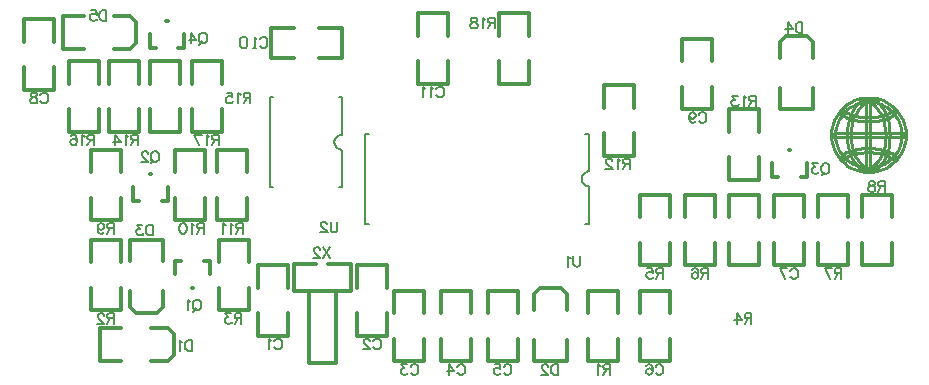
<source format=gbo>
%FSLAX23Y23*%
%MOIN*%
G70*
G01*
G75*
%ADD10C,0.010*%
%ADD11C,0.050*%
%ADD12R,0.157X0.079*%
%ADD13R,0.100X0.080*%
%ADD14C,0.012*%
%ADD15C,0.015*%
%ADD16C,0.008*%
%ADD17C,0.006*%
%ADD18C,0.009*%
%ADD19C,0.070*%
%ADD20R,0.070X0.070*%
%ADD21C,0.217*%
%ADD22C,0.217*%
%ADD23C,0.058*%
%ADD24C,0.100*%
%ADD25C,0.118*%
%ADD26R,0.118X0.118*%
%ADD27C,0.040*%
%ADD28R,0.083X0.060*%
%ADD29R,0.060X0.083*%
%ADD30R,0.157X0.079*%
%ADD31R,0.036X0.036*%
%ADD32R,0.036X0.050*%
%ADD33R,0.064X0.054*%
%ADD34R,0.060X0.083*%
%ADD35R,0.031X0.102*%
%ADD36O,0.031X0.102*%
%ADD37R,0.054X0.064*%
%ADD38O,0.031X0.087*%
%ADD39R,0.031X0.087*%
%ADD40R,0.197X0.244*%
%ADD41R,0.060X0.050*%
%ADD42C,0.016*%
%ADD43C,0.079*%
%ADD44C,0.010*%
%ADD45C,0.016*%
%ADD46C,0.039*%
%ADD47C,0.008*%
%ADD48R,0.591X0.354*%
%ADD49C,0.008*%
%ADD50C,0.003*%
%ADD51C,0.005*%
D14*
X8628Y8647D02*
X8703D01*
X8628Y8747D02*
X8703D01*
X8788D02*
X8863D01*
X8788Y8647D02*
X8863D01*
X8628D02*
Y8747D01*
X8863Y8647D02*
Y8747D01*
X9350Y7797D02*
Y7872D01*
X9450Y7797D02*
Y7872D01*
Y7637D02*
Y7712D01*
X9350Y7637D02*
Y7712D01*
Y7872D02*
X9450D01*
X9350Y7637D02*
X9450D01*
X10302Y8117D02*
Y8192D01*
X10402Y8117D02*
Y8192D01*
Y7957D02*
Y8032D01*
X10302Y7957D02*
Y8032D01*
Y8192D02*
X10402D01*
X10302Y7957D02*
X10402D01*
X10598Y8117D02*
Y8192D01*
X10698Y8117D02*
Y8192D01*
Y7957D02*
Y8032D01*
X10598Y7957D02*
Y8032D01*
Y8192D02*
X10698D01*
X10598Y7957D02*
X10698D01*
X9683Y7797D02*
Y7872D01*
X9783Y7797D02*
Y7872D01*
Y7637D02*
Y7712D01*
X9683Y7637D02*
Y7712D01*
Y7872D02*
X9783D01*
X9683Y7637D02*
X9783D01*
X10253Y8242D02*
Y8317D01*
X10153Y8242D02*
Y8317D01*
Y8402D02*
Y8477D01*
X10253Y8402D02*
Y8477D01*
X10153Y8242D02*
X10253D01*
X10153Y8477D02*
X10253D01*
X10550Y7957D02*
Y8032D01*
X10450Y7957D02*
Y8032D01*
Y8117D02*
Y8192D01*
X10550Y8117D02*
Y8192D01*
X10450Y7957D02*
X10550D01*
X10450Y8192D02*
X10550D01*
X10298Y8252D02*
X10318D01*
X10353Y8342D02*
X10358D01*
X10393Y8252D02*
X10413D01*
X10298D02*
Y8297D01*
X10413Y8252D02*
Y8297D01*
X8058Y7637D02*
X8128D01*
X8058Y7747D02*
X8128D01*
X8228Y7637D02*
X8283D01*
X8228Y7747D02*
X8283D01*
X8058Y7637D02*
Y7747D01*
X8303Y7657D02*
Y7727D01*
X8283Y7747D02*
X8303Y7727D01*
X8283Y7637D02*
X8303Y7657D01*
X8843Y7632D02*
Y7872D01*
X8756Y7632D02*
X8840D01*
X8753Y7632D02*
Y7872D01*
X8840D01*
X7803Y8777D02*
X7903D01*
X7803Y8542D02*
X7903D01*
Y8702D02*
Y8777D01*
X7803Y8702D02*
Y8777D01*
Y8542D02*
Y8617D01*
X7903Y8542D02*
Y8617D01*
X9194Y7637D02*
X9294D01*
X9194Y7872D02*
X9294D01*
X9194Y7637D02*
Y7712D01*
X9294Y7637D02*
Y7712D01*
Y7797D02*
Y7872D01*
X9194Y7797D02*
Y7872D01*
X9998Y8477D02*
X10098D01*
X9998Y8712D02*
X10098D01*
X9998Y8477D02*
Y8552D01*
X10098Y8477D02*
Y8552D01*
Y8637D02*
Y8712D01*
X9998Y8637D02*
Y8712D01*
X9038Y7872D02*
X9138D01*
X9038Y7637D02*
X9138D01*
Y7797D02*
Y7872D01*
X9038Y7797D02*
Y7872D01*
Y7637D02*
Y7712D01*
X9138Y7637D02*
Y7712D01*
X8403Y7972D02*
X8423D01*
X8363Y7882D02*
X8368D01*
X8308Y7972D02*
X8328D01*
X8423Y7927D02*
Y7972D01*
X8308Y7927D02*
Y7972D01*
X8283Y8172D02*
Y8217D01*
X8168Y8172D02*
Y8217D01*
X8263Y8172D02*
X8283D01*
X8223Y8262D02*
X8228D01*
X8168Y8172D02*
X8188D01*
X8338Y8682D02*
Y8727D01*
X8223Y8682D02*
Y8727D01*
X8318Y8682D02*
X8338D01*
X8278Y8772D02*
X8283D01*
X8223Y8682D02*
X8243D01*
X8583Y7722D02*
X8683D01*
X8583Y7957D02*
X8683D01*
X8583Y7722D02*
Y7797D01*
X8683Y7722D02*
Y7797D01*
Y7882D02*
Y7957D01*
X8583Y7882D02*
Y7957D01*
X8913Y7722D02*
X9013D01*
X8913Y7957D02*
X9013D01*
X8913Y7722D02*
Y7797D01*
X9013Y7722D02*
Y7797D01*
Y7882D02*
Y7957D01*
X8913Y7882D02*
Y7957D01*
X9118Y8722D02*
Y8797D01*
X9218Y8722D02*
Y8797D01*
Y8562D02*
Y8637D01*
X9118Y8562D02*
Y8637D01*
Y8797D02*
X9218D01*
X9118Y8562D02*
X9218D01*
X8188Y8402D02*
Y8477D01*
X8088Y8402D02*
Y8477D01*
Y8562D02*
Y8637D01*
X8188Y8562D02*
Y8637D01*
X8088Y8402D02*
X8188D01*
X8088Y8637D02*
X8188D01*
X9958Y7957D02*
Y8032D01*
X9858Y7957D02*
Y8032D01*
Y8117D02*
Y8192D01*
X9958Y8117D02*
Y8192D01*
X9858Y7957D02*
X9958D01*
X9858Y8192D02*
X9958D01*
X9488Y8562D02*
Y8637D01*
X9388Y8562D02*
Y8637D01*
Y8722D02*
Y8797D01*
X9488Y8722D02*
Y8797D01*
X9388Y8562D02*
X9488D01*
X9388Y8797D02*
X9488D01*
X7953Y8562D02*
Y8637D01*
X8053Y8562D02*
Y8637D01*
Y8402D02*
Y8477D01*
X7953Y8402D02*
Y8477D01*
Y8637D02*
X8053D01*
X7953Y8402D02*
X8053D01*
X8028Y7967D02*
Y8042D01*
X8128Y7967D02*
Y8042D01*
Y7807D02*
Y7882D01*
X8028Y7807D02*
Y7882D01*
Y8042D02*
X8128D01*
X8028Y7807D02*
X8128D01*
X8028Y8267D02*
Y8342D01*
X8128Y8267D02*
Y8342D01*
Y8107D02*
Y8182D01*
X8028Y8107D02*
Y8182D01*
Y8342D02*
X8128D01*
X8028Y8107D02*
X8128D01*
X8448Y8267D02*
Y8342D01*
X8548Y8267D02*
Y8342D01*
Y8107D02*
Y8182D01*
X8448Y8107D02*
Y8182D01*
Y8342D02*
X8548D01*
X8448Y8107D02*
X8548D01*
X8223Y8562D02*
Y8637D01*
X8323Y8562D02*
Y8637D01*
Y8402D02*
Y8477D01*
X8223Y8402D02*
Y8477D01*
Y8637D02*
X8323D01*
X8223Y8402D02*
X8323D01*
X8408Y8107D02*
Y8182D01*
X8308Y8107D02*
Y8182D01*
Y8267D02*
Y8342D01*
X8408Y8267D02*
Y8342D01*
X8308Y8107D02*
X8408D01*
X8308Y8342D02*
X8408D01*
X10106Y7957D02*
Y8032D01*
X10006Y7957D02*
Y8032D01*
Y8117D02*
Y8192D01*
X10106Y8117D02*
Y8192D01*
X10006Y7957D02*
X10106D01*
X10006Y8192D02*
X10106D01*
X10154Y8117D02*
Y8192D01*
X10254Y8117D02*
Y8192D01*
Y7957D02*
Y8032D01*
X10154Y7957D02*
Y8032D01*
Y8192D02*
X10254D01*
X10154Y7957D02*
X10254D01*
X8363Y8637D02*
X8463D01*
X8363Y8402D02*
X8463D01*
Y8562D02*
Y8637D01*
X8363Y8562D02*
Y8637D01*
Y8402D02*
Y8477D01*
X8463Y8402D02*
Y8477D01*
X9738Y8557D02*
X9838D01*
X9738Y8322D02*
X9838D01*
Y8482D02*
Y8557D01*
X9738Y8482D02*
Y8557D01*
Y8322D02*
Y8397D01*
X9838Y8322D02*
Y8397D01*
X8158Y7817D02*
X8178Y7797D01*
X8248D02*
X8268Y7817D01*
X8178Y7797D02*
X8248D01*
X8158Y8042D02*
X8268D01*
Y7817D02*
Y7872D01*
X8158Y7817D02*
Y7872D01*
X8268Y7972D02*
Y8042D01*
X8158Y7972D02*
Y8042D01*
X10413Y8722D02*
X10433Y8702D01*
X10323D02*
X10343Y8722D01*
X10413D01*
X10323Y8477D02*
X10433D01*
X10323Y8647D02*
Y8702D01*
X10433Y8647D02*
Y8702D01*
X10323Y8477D02*
Y8547D01*
X10433Y8477D02*
Y8547D01*
X8158Y8677D02*
X8178Y8697D01*
X8158Y8787D02*
X8178Y8767D01*
Y8697D02*
Y8767D01*
X7933Y8677D02*
Y8787D01*
X8103D02*
X8158D01*
X8103Y8677D02*
X8158D01*
X7933Y8787D02*
X8003D01*
X7933Y8677D02*
X8003D01*
X9593Y7882D02*
X9613Y7862D01*
X9503D02*
X9523Y7882D01*
X9593D01*
X9503Y7637D02*
X9613D01*
X9503Y7807D02*
Y7862D01*
X9613Y7807D02*
Y7862D01*
X9503Y7637D02*
Y7707D01*
X9613Y7637D02*
Y7707D01*
X8453Y7807D02*
X8553D01*
X8453Y8042D02*
X8553D01*
X8453Y7807D02*
Y7882D01*
X8553Y7807D02*
Y7882D01*
Y7967D02*
Y8042D01*
X8453Y7967D02*
Y8042D01*
X9858Y7637D02*
X9958D01*
X9858Y7872D02*
X9958D01*
X9858Y7637D02*
Y7712D01*
X9958Y7637D02*
Y7712D01*
Y7797D02*
Y7872D01*
X9858Y7797D02*
Y7872D01*
X8893D02*
Y7962D01*
X8703Y7872D02*
Y7962D01*
X8818Y7872D02*
X8893D01*
X8818Y7962D02*
X8893D01*
X8703D02*
X8778D01*
X8703Y7872D02*
X8778D01*
D17*
X8590Y8712D02*
X8596Y8718D01*
X8607D01*
X8613Y8712D01*
Y8688D01*
X8607Y8682D01*
X8596D01*
X8590Y8688D01*
X8578Y8682D02*
X8566D01*
X8572D01*
Y8718D01*
X8578Y8712D01*
X8548D02*
X8542Y8718D01*
X8530D01*
X8524Y8712D01*
Y8688D01*
X8530Y8682D01*
X8542D01*
X8548Y8688D01*
Y8712D01*
X10528Y7948D02*
Y7912D01*
Y7948D02*
X10513D01*
X10508Y7946D01*
X10506Y7944D01*
X10505Y7941D01*
Y7938D01*
X10506Y7934D01*
X10508Y7932D01*
X10513Y7931D01*
X10528D01*
X10516D02*
X10505Y7912D01*
X10472Y7948D02*
X10490Y7912D01*
X10496Y7948D02*
X10472D01*
X10243Y8523D02*
Y8487D01*
Y8523D02*
X10228D01*
X10223Y8521D01*
X10221Y8519D01*
X10219Y8516D01*
Y8513D01*
X10221Y8509D01*
X10223Y8507D01*
X10228Y8506D01*
X10243D01*
X10231D02*
X10219Y8487D01*
X10211Y8516D02*
X10208Y8518D01*
X10203Y8523D01*
Y8487D01*
X10182Y8523D02*
X10163D01*
X10173Y8509D01*
X10168D01*
X10164Y8507D01*
X10163Y8506D01*
X10161Y8501D01*
Y8497D01*
X10163Y8492D01*
X10166Y8489D01*
X10171Y8487D01*
X10176D01*
X10182Y8489D01*
X10183Y8490D01*
X10185Y8494D01*
X9758Y7628D02*
Y7592D01*
Y7628D02*
X9743D01*
X9738Y7626D01*
X9736Y7624D01*
X9734Y7621D01*
Y7618D01*
X9736Y7614D01*
X9738Y7612D01*
X9743Y7611D01*
X9758D01*
X9746D02*
X9734Y7592D01*
X9726Y7621D02*
X9723Y7623D01*
X9718Y7628D01*
Y7592D01*
X10673Y8238D02*
Y8202D01*
Y8238D02*
X10658D01*
X10653Y8236D01*
X10651Y8234D01*
X10649Y8231D01*
Y8228D01*
X10651Y8224D01*
X10653Y8222D01*
X10658Y8221D01*
X10673D01*
X10661D02*
X10649Y8202D01*
X10633Y8238D02*
X10638Y8236D01*
X10640Y8233D01*
Y8229D01*
X10638Y8226D01*
X10635Y8224D01*
X10628Y8222D01*
X10623Y8221D01*
X10619Y8217D01*
X10617Y8214D01*
Y8209D01*
X10619Y8205D01*
X10621Y8204D01*
X10626Y8202D01*
X10633D01*
X10638Y8204D01*
X10640Y8205D01*
X10641Y8209D01*
Y8214D01*
X10640Y8217D01*
X10636Y8221D01*
X10631Y8222D01*
X10624Y8224D01*
X10621Y8226D01*
X10619Y8229D01*
Y8233D01*
X10621Y8236D01*
X10626Y8238D01*
X10633D01*
X10478Y8298D02*
X10482Y8296D01*
X10485Y8293D01*
X10487Y8289D01*
X10488Y8284D01*
Y8276D01*
X10487Y8270D01*
X10485Y8267D01*
X10482Y8264D01*
X10478Y8262D01*
X10471D01*
X10468Y8264D01*
X10465Y8267D01*
X10463Y8270D01*
X10461Y8276D01*
Y8284D01*
X10463Y8289D01*
X10465Y8293D01*
X10468Y8296D01*
X10471Y8298D01*
X10478D01*
X10473Y8269D02*
X10463Y8258D01*
X10449Y8298D02*
X10430D01*
X10441Y8284D01*
X10436D01*
X10432Y8282D01*
X10430Y8281D01*
X10429Y8276D01*
Y8272D01*
X10430Y8267D01*
X10434Y8264D01*
X10439Y8262D01*
X10444D01*
X10449Y8264D01*
X10451Y8265D01*
X10453Y8269D01*
X8363Y7708D02*
Y7672D01*
Y7708D02*
X8351D01*
X8346Y7706D01*
X8343Y7703D01*
X8341Y7699D01*
X8340Y7694D01*
Y7686D01*
X8341Y7680D01*
X8343Y7677D01*
X8346Y7674D01*
X8351Y7672D01*
X8363D01*
X8331Y7701D02*
X8328Y7703D01*
X8323Y7708D01*
Y7672D01*
X9583Y7628D02*
Y7592D01*
Y7628D02*
X9571D01*
X9566Y7626D01*
X9563Y7623D01*
X9561Y7619D01*
X9559Y7614D01*
Y7606D01*
X9561Y7600D01*
X9563Y7597D01*
X9566Y7594D01*
X9571Y7592D01*
X9583D01*
X9550Y7619D02*
Y7621D01*
X9548Y7624D01*
X9546Y7626D01*
X9543Y7628D01*
X9536D01*
X9533Y7626D01*
X9531Y7624D01*
X9529Y7621D01*
Y7618D01*
X9531Y7614D01*
X9534Y7609D01*
X9551Y7592D01*
X9527D01*
X10358Y7939D02*
X10359Y7943D01*
X10363Y7946D01*
X10366Y7948D01*
X10373D01*
X10377Y7946D01*
X10380Y7943D01*
X10382Y7939D01*
X10383Y7934D01*
Y7926D01*
X10382Y7920D01*
X10380Y7917D01*
X10377Y7914D01*
X10373Y7912D01*
X10366D01*
X10363Y7914D01*
X10359Y7917D01*
X10358Y7920D01*
X10324Y7948D02*
X10341Y7912D01*
X10348Y7948D02*
X10324D01*
X9403Y7619D02*
X9405Y7623D01*
X9408Y7626D01*
X9411Y7628D01*
X9418D01*
X9422Y7626D01*
X9425Y7623D01*
X9427Y7619D01*
X9428Y7614D01*
Y7606D01*
X9427Y7600D01*
X9425Y7597D01*
X9422Y7594D01*
X9418Y7592D01*
X9411D01*
X9408Y7594D01*
X9405Y7597D01*
X9403Y7600D01*
X9372Y7628D02*
X9389D01*
X9391Y7612D01*
X9389Y7614D01*
X9384Y7616D01*
X9379D01*
X9374Y7614D01*
X9370Y7611D01*
X9369Y7606D01*
Y7602D01*
X9370Y7597D01*
X9374Y7594D01*
X9379Y7592D01*
X9384D01*
X9389Y7594D01*
X9391Y7595D01*
X9393Y7599D01*
X10228Y7798D02*
Y7762D01*
Y7798D02*
X10213D01*
X10208Y7796D01*
X10206Y7794D01*
X10205Y7791D01*
Y7788D01*
X10206Y7784D01*
X10208Y7782D01*
X10213Y7781D01*
X10228D01*
X10216D02*
X10205Y7762D01*
X10179Y7798D02*
X10196Y7774D01*
X10171D01*
X10179Y7798D02*
Y7762D01*
X10083Y7948D02*
Y7912D01*
Y7948D02*
X10068D01*
X10063Y7946D01*
X10061Y7944D01*
X10059Y7941D01*
Y7938D01*
X10061Y7934D01*
X10063Y7932D01*
X10068Y7931D01*
X10083D01*
X10071D02*
X10059Y7912D01*
X10031Y7943D02*
X10033Y7946D01*
X10038Y7948D01*
X10041D01*
X10046Y7946D01*
X10050Y7941D01*
X10051Y7932D01*
Y7924D01*
X10050Y7917D01*
X10046Y7914D01*
X10041Y7912D01*
X10039D01*
X10034Y7914D01*
X10031Y7917D01*
X10029Y7922D01*
Y7924D01*
X10031Y7929D01*
X10034Y7932D01*
X10039Y7934D01*
X10041D01*
X10046Y7932D01*
X10050Y7929D01*
X10051Y7924D01*
X8403Y8098D02*
Y8062D01*
Y8098D02*
X8388D01*
X8383Y8096D01*
X8381Y8094D01*
X8380Y8091D01*
Y8088D01*
X8381Y8084D01*
X8383Y8082D01*
X8388Y8081D01*
X8403D01*
X8391D02*
X8380Y8062D01*
X8371Y8091D02*
X8368Y8093D01*
X8363Y8098D01*
Y8062D01*
X8335Y8098D02*
X8340Y8096D01*
X8343Y8091D01*
X8345Y8082D01*
Y8077D01*
X8343Y8069D01*
X8340Y8064D01*
X8335Y8062D01*
X8331D01*
X8326Y8064D01*
X8323Y8069D01*
X8321Y8077D01*
Y8082D01*
X8323Y8091D01*
X8326Y8096D01*
X8331Y8098D01*
X8335D01*
X8558Y8533D02*
Y8497D01*
Y8533D02*
X8543D01*
X8538Y8531D01*
X8536Y8529D01*
X8535Y8526D01*
Y8523D01*
X8536Y8519D01*
X8538Y8517D01*
X8543Y8516D01*
X8558D01*
X8546D02*
X8535Y8497D01*
X8526Y8526D02*
X8523Y8528D01*
X8518Y8533D01*
Y8497D01*
X8479Y8533D02*
X8497D01*
X8498Y8517D01*
X8497Y8519D01*
X8491Y8521D01*
X8486D01*
X8481Y8519D01*
X8478Y8516D01*
X8476Y8511D01*
Y8507D01*
X8478Y8502D01*
X8481Y8499D01*
X8486Y8497D01*
X8491D01*
X8497Y8499D01*
X8498Y8500D01*
X8500Y8504D01*
X8533Y8098D02*
Y8062D01*
Y8098D02*
X8518D01*
X8513Y8096D01*
X8511Y8094D01*
X8509Y8091D01*
Y8088D01*
X8511Y8084D01*
X8513Y8082D01*
X8518Y8081D01*
X8533D01*
X8521D02*
X8509Y8062D01*
X8501Y8091D02*
X8498Y8093D01*
X8493Y8098D01*
Y8062D01*
X8475Y8091D02*
X8472Y8093D01*
X8466Y8098D01*
Y8062D01*
X8103Y8098D02*
Y8062D01*
Y8098D02*
X8088D01*
X8083Y8096D01*
X8081Y8094D01*
X8080Y8091D01*
Y8088D01*
X8081Y8084D01*
X8083Y8082D01*
X8088Y8081D01*
X8103D01*
X8091D02*
X8080Y8062D01*
X8049Y8086D02*
X8051Y8081D01*
X8054Y8077D01*
X8059Y8076D01*
X8061D01*
X8066Y8077D01*
X8070Y8081D01*
X8071Y8086D01*
Y8088D01*
X8070Y8093D01*
X8066Y8096D01*
X8061Y8098D01*
X8059D01*
X8054Y8096D01*
X8051Y8093D01*
X8049Y8086D01*
Y8077D01*
X8051Y8069D01*
X8054Y8064D01*
X8059Y8062D01*
X8063D01*
X8068Y8064D01*
X8070Y8067D01*
X8103Y7798D02*
Y7762D01*
Y7798D02*
X8088D01*
X8083Y7796D01*
X8081Y7794D01*
X8080Y7791D01*
Y7788D01*
X8081Y7784D01*
X8083Y7782D01*
X8088Y7781D01*
X8103D01*
X8091D02*
X8080Y7762D01*
X8070Y7789D02*
Y7791D01*
X8068Y7794D01*
X8066Y7796D01*
X8063Y7798D01*
X8056D01*
X8053Y7796D01*
X8051Y7794D01*
X8049Y7791D01*
Y7788D01*
X8051Y7784D01*
X8054Y7779D01*
X8071Y7762D01*
X8047D01*
X8528Y7798D02*
Y7762D01*
Y7798D02*
X8513D01*
X8508Y7796D01*
X8506Y7794D01*
X8505Y7791D01*
Y7788D01*
X8506Y7784D01*
X8508Y7782D01*
X8513Y7781D01*
X8528D01*
X8516D02*
X8505Y7762D01*
X8493Y7798D02*
X8474D01*
X8484Y7784D01*
X8479D01*
X8476Y7782D01*
X8474Y7781D01*
X8472Y7776D01*
Y7772D01*
X8474Y7767D01*
X8478Y7764D01*
X8483Y7762D01*
X8488D01*
X8493Y7764D01*
X8495Y7765D01*
X8496Y7769D01*
X8453Y8393D02*
Y8357D01*
Y8393D02*
X8438D01*
X8433Y8391D01*
X8431Y8389D01*
X8429Y8386D01*
Y8383D01*
X8431Y8379D01*
X8433Y8377D01*
X8438Y8376D01*
X8453D01*
X8441D02*
X8429Y8357D01*
X8421Y8386D02*
X8418Y8388D01*
X8413Y8393D01*
Y8357D01*
X8371Y8393D02*
X8388Y8357D01*
X8395Y8393D02*
X8371D01*
X8038D02*
Y8357D01*
Y8393D02*
X8023D01*
X8018Y8391D01*
X8016Y8389D01*
X8014Y8386D01*
Y8383D01*
X8016Y8379D01*
X8018Y8377D01*
X8023Y8376D01*
X8038D01*
X8026D02*
X8014Y8357D01*
X8006Y8386D02*
X8003Y8388D01*
X7998Y8393D01*
Y8357D01*
X7959Y8388D02*
X7961Y8391D01*
X7966Y8393D01*
X7970D01*
X7975Y8391D01*
X7978Y8386D01*
X7980Y8377D01*
Y8369D01*
X7978Y8362D01*
X7975Y8359D01*
X7970Y8357D01*
X7968D01*
X7963Y8359D01*
X7959Y8362D01*
X7958Y8367D01*
Y8369D01*
X7959Y8374D01*
X7963Y8377D01*
X7968Y8379D01*
X7970D01*
X7975Y8377D01*
X7978Y8374D01*
X7980Y8369D01*
X9823Y8313D02*
Y8277D01*
Y8313D02*
X9808D01*
X9803Y8311D01*
X9801Y8309D01*
X9800Y8306D01*
Y8303D01*
X9801Y8299D01*
X9803Y8297D01*
X9808Y8296D01*
X9823D01*
X9811D02*
X9800Y8277D01*
X9791Y8306D02*
X9788Y8308D01*
X9783Y8313D01*
Y8277D01*
X9763Y8304D02*
Y8306D01*
X9762Y8309D01*
X9760Y8311D01*
X9756Y8313D01*
X9750D01*
X9746Y8311D01*
X9744Y8309D01*
X9743Y8306D01*
Y8303D01*
X9744Y8299D01*
X9748Y8294D01*
X9765Y8277D01*
X9741D01*
X9373Y8783D02*
Y8747D01*
Y8783D02*
X9358D01*
X9353Y8781D01*
X9351Y8779D01*
X9349Y8776D01*
Y8773D01*
X9351Y8769D01*
X9353Y8767D01*
X9358Y8766D01*
X9373D01*
X9361D02*
X9349Y8747D01*
X9341Y8776D02*
X9338Y8778D01*
X9333Y8783D01*
Y8747D01*
X9306Y8783D02*
X9312Y8781D01*
X9313Y8778D01*
Y8774D01*
X9312Y8771D01*
X9308Y8769D01*
X9301Y8767D01*
X9296Y8766D01*
X9293Y8762D01*
X9291Y8759D01*
Y8754D01*
X9293Y8750D01*
X9294Y8749D01*
X9300Y8747D01*
X9306D01*
X9312Y8749D01*
X9313Y8750D01*
X9315Y8754D01*
Y8759D01*
X9313Y8762D01*
X9310Y8766D01*
X9305Y8767D01*
X9298Y8769D01*
X9294Y8771D01*
X9293Y8774D01*
Y8778D01*
X9294Y8781D01*
X9300Y8783D01*
X9306D01*
X9933Y7948D02*
Y7912D01*
Y7948D02*
X9918D01*
X9913Y7946D01*
X9911Y7944D01*
X9910Y7941D01*
Y7938D01*
X9911Y7934D01*
X9913Y7932D01*
X9918Y7931D01*
X9933D01*
X9921D02*
X9910Y7912D01*
X9881Y7948D02*
X9898D01*
X9900Y7932D01*
X9898Y7934D01*
X9893Y7936D01*
X9888D01*
X9883Y7934D01*
X9879Y7931D01*
X9877Y7926D01*
Y7922D01*
X9879Y7917D01*
X9883Y7914D01*
X9888Y7912D01*
X9893D01*
X9898Y7914D01*
X9900Y7915D01*
X9901Y7919D01*
X8183Y8393D02*
Y8357D01*
Y8393D02*
X8168D01*
X8163Y8391D01*
X8161Y8389D01*
X8160Y8386D01*
Y8383D01*
X8161Y8379D01*
X8163Y8377D01*
X8168Y8376D01*
X8183D01*
X8171D02*
X8160Y8357D01*
X8151Y8386D02*
X8148Y8388D01*
X8143Y8393D01*
Y8357D01*
X8108Y8393D02*
X8125Y8369D01*
X8099D01*
X8108Y8393D02*
Y8357D01*
X9178Y8544D02*
X9179Y8548D01*
X9183Y8551D01*
X9186Y8553D01*
X9193D01*
X9197Y8551D01*
X9200Y8548D01*
X9202Y8544D01*
X9203Y8539D01*
Y8531D01*
X9202Y8525D01*
X9200Y8522D01*
X9197Y8519D01*
X9193Y8517D01*
X9186D01*
X9183Y8519D01*
X9179Y8522D01*
X9178Y8525D01*
X9168Y8546D02*
X9164Y8548D01*
X9159Y8553D01*
Y8517D01*
X9141Y8546D02*
X9138Y8548D01*
X9133Y8553D01*
Y8517D01*
X8848Y8103D02*
Y8077D01*
X8847Y8072D01*
X8843Y8069D01*
X8838Y8067D01*
X8835D01*
X8830Y8069D01*
X8826Y8072D01*
X8825Y8077D01*
Y8103D01*
X8813Y8094D02*
Y8096D01*
X8811Y8099D01*
X8809Y8101D01*
X8806Y8103D01*
X8799D01*
X8796Y8101D01*
X8794Y8099D01*
X8792Y8096D01*
Y8093D01*
X8794Y8089D01*
X8797Y8084D01*
X8815Y8067D01*
X8791D01*
X9658Y7988D02*
Y7962D01*
X9657Y7957D01*
X9653Y7954D01*
X9648Y7952D01*
X9645D01*
X9640Y7954D01*
X9636Y7957D01*
X9634Y7962D01*
Y7988D01*
X9625Y7981D02*
X9621Y7983D01*
X9616Y7988D01*
Y7952D01*
X8383Y7843D02*
X8387Y7841D01*
X8390Y7838D01*
X8392Y7834D01*
X8393Y7829D01*
Y7821D01*
X8392Y7815D01*
X8390Y7812D01*
X8387Y7809D01*
X8383Y7807D01*
X8376D01*
X8373Y7809D01*
X8370Y7812D01*
X8368Y7815D01*
X8366Y7821D01*
Y7829D01*
X8368Y7834D01*
X8370Y7838D01*
X8373Y7841D01*
X8376Y7843D01*
X8383D01*
X8378Y7814D02*
X8368Y7803D01*
X8358Y7836D02*
X8354Y7838D01*
X8349Y7843D01*
Y7807D01*
X8243Y8338D02*
X8247Y8336D01*
X8250Y8333D01*
X8252Y8329D01*
X8253Y8324D01*
Y8316D01*
X8252Y8310D01*
X8250Y8307D01*
X8247Y8304D01*
X8243Y8302D01*
X8236D01*
X8233Y8304D01*
X8229Y8307D01*
X8228Y8310D01*
X8226Y8316D01*
Y8324D01*
X8228Y8329D01*
X8229Y8333D01*
X8233Y8336D01*
X8236Y8338D01*
X8243D01*
X8238Y8309D02*
X8228Y8298D01*
X8216Y8329D02*
Y8331D01*
X8214Y8334D01*
X8213Y8336D01*
X8209Y8338D01*
X8202D01*
X8199Y8336D01*
X8197Y8334D01*
X8195Y8331D01*
Y8328D01*
X8197Y8324D01*
X8201Y8319D01*
X8218Y8302D01*
X8194D01*
X8403Y8733D02*
X8407Y8731D01*
X8410Y8728D01*
X8412Y8724D01*
X8413Y8719D01*
Y8711D01*
X8412Y8705D01*
X8410Y8702D01*
X8407Y8699D01*
X8403Y8697D01*
X8396D01*
X8393Y8699D01*
X8389Y8702D01*
X8388Y8705D01*
X8386Y8711D01*
Y8719D01*
X8388Y8724D01*
X8389Y8728D01*
X8393Y8731D01*
X8396Y8733D01*
X8403D01*
X8398Y8704D02*
X8388Y8693D01*
X8361Y8733D02*
X8378Y8709D01*
X8352D01*
X8361Y8733D02*
Y8697D01*
X8078Y8808D02*
Y8772D01*
Y8808D02*
X8066D01*
X8061Y8806D01*
X8058Y8803D01*
X8056Y8799D01*
X8054Y8794D01*
Y8786D01*
X8056Y8780D01*
X8058Y8777D01*
X8061Y8774D01*
X8066Y8772D01*
X8078D01*
X8026Y8808D02*
X8043D01*
X8045Y8792D01*
X8043Y8794D01*
X8038Y8796D01*
X8033D01*
X8028Y8794D01*
X8024Y8791D01*
X8022Y8786D01*
Y8782D01*
X8024Y8777D01*
X8028Y8774D01*
X8033Y8772D01*
X8038D01*
X8043Y8774D01*
X8045Y8775D01*
X8046Y8779D01*
X10398Y8768D02*
Y8732D01*
Y8768D02*
X10386D01*
X10381Y8766D01*
X10378Y8763D01*
X10376Y8759D01*
X10375Y8754D01*
Y8746D01*
X10376Y8740D01*
X10378Y8737D01*
X10381Y8734D01*
X10386Y8732D01*
X10398D01*
X10349Y8768D02*
X10366Y8744D01*
X10341D01*
X10349Y8768D02*
Y8732D01*
X8233Y8093D02*
Y8057D01*
Y8093D02*
X8221D01*
X8216Y8091D01*
X8213Y8088D01*
X8211Y8084D01*
X8210Y8079D01*
Y8071D01*
X8211Y8065D01*
X8213Y8062D01*
X8216Y8059D01*
X8221Y8057D01*
X8233D01*
X8198Y8093D02*
X8179D01*
X8189Y8079D01*
X8184D01*
X8181Y8077D01*
X8179Y8076D01*
X8177Y8071D01*
Y8067D01*
X8179Y8062D01*
X8183Y8059D01*
X8188Y8057D01*
X8193D01*
X8198Y8059D01*
X8200Y8060D01*
X8201Y8064D01*
X8968Y7704D02*
X8969Y7708D01*
X8973Y7711D01*
X8976Y7713D01*
X8983D01*
X8987Y7711D01*
X8990Y7708D01*
X8992Y7704D01*
X8993Y7699D01*
Y7691D01*
X8992Y7685D01*
X8990Y7682D01*
X8987Y7679D01*
X8983Y7677D01*
X8976D01*
X8973Y7679D01*
X8969Y7682D01*
X8968Y7685D01*
X8956Y7704D02*
Y7706D01*
X8954Y7709D01*
X8953Y7711D01*
X8949Y7713D01*
X8942D01*
X8939Y7711D01*
X8937Y7709D01*
X8935Y7706D01*
Y7703D01*
X8937Y7699D01*
X8941Y7694D01*
X8958Y7677D01*
X8934D01*
X8638Y7704D02*
X8639Y7708D01*
X8643Y7711D01*
X8646Y7713D01*
X8653D01*
X8657Y7711D01*
X8660Y7708D01*
X8662Y7704D01*
X8663Y7699D01*
Y7691D01*
X8662Y7685D01*
X8660Y7682D01*
X8657Y7679D01*
X8653Y7677D01*
X8646D01*
X8643Y7679D01*
X8639Y7682D01*
X8638Y7685D01*
X8628Y7706D02*
X8624Y7708D01*
X8619Y7713D01*
Y7677D01*
X9093Y7619D02*
X9094Y7623D01*
X9098Y7626D01*
X9101Y7628D01*
X9108D01*
X9112Y7626D01*
X9115Y7623D01*
X9117Y7619D01*
X9118Y7614D01*
Y7606D01*
X9117Y7600D01*
X9115Y7597D01*
X9112Y7594D01*
X9108Y7592D01*
X9101D01*
X9098Y7594D01*
X9094Y7597D01*
X9093Y7600D01*
X9079Y7628D02*
X9060D01*
X9071Y7614D01*
X9066D01*
X9062Y7612D01*
X9060Y7611D01*
X9059Y7606D01*
Y7602D01*
X9060Y7597D01*
X9064Y7594D01*
X9069Y7592D01*
X9074D01*
X9079Y7594D01*
X9081Y7595D01*
X9083Y7599D01*
X9248Y7619D02*
X9250Y7623D01*
X9253Y7626D01*
X9256Y7628D01*
X9263D01*
X9267Y7626D01*
X9270Y7623D01*
X9272Y7619D01*
X9273Y7614D01*
Y7606D01*
X9272Y7600D01*
X9270Y7597D01*
X9267Y7594D01*
X9263Y7592D01*
X9256D01*
X9253Y7594D01*
X9250Y7597D01*
X9248Y7600D01*
X9221Y7628D02*
X9238Y7604D01*
X9212D01*
X9221Y7628D02*
Y7592D01*
X10053Y8459D02*
X10054Y8463D01*
X10058Y8466D01*
X10061Y8468D01*
X10068D01*
X10072Y8466D01*
X10075Y8463D01*
X10077Y8459D01*
X10078Y8454D01*
Y8446D01*
X10077Y8440D01*
X10075Y8437D01*
X10072Y8434D01*
X10068Y8432D01*
X10061D01*
X10058Y8434D01*
X10054Y8437D01*
X10053Y8440D01*
X10020Y8456D02*
X10022Y8451D01*
X10026Y8447D01*
X10031Y8446D01*
X10032D01*
X10038Y8447D01*
X10041Y8451D01*
X10043Y8456D01*
Y8458D01*
X10041Y8463D01*
X10038Y8466D01*
X10032Y8468D01*
X10031D01*
X10026Y8466D01*
X10022Y8463D01*
X10020Y8456D01*
Y8447D01*
X10022Y8439D01*
X10026Y8434D01*
X10031Y8432D01*
X10034D01*
X10039Y8434D01*
X10041Y8437D01*
X9909Y7619D02*
X9910Y7623D01*
X9914Y7626D01*
X9917Y7628D01*
X9924D01*
X9928Y7626D01*
X9931Y7623D01*
X9933Y7619D01*
X9934Y7614D01*
Y7606D01*
X9933Y7600D01*
X9931Y7597D01*
X9928Y7594D01*
X9924Y7592D01*
X9917D01*
X9914Y7594D01*
X9910Y7597D01*
X9909Y7600D01*
X9878Y7623D02*
X9880Y7626D01*
X9885Y7628D01*
X9888D01*
X9894Y7626D01*
X9897Y7621D01*
X9899Y7612D01*
Y7604D01*
X9897Y7597D01*
X9894Y7594D01*
X9888Y7592D01*
X9887D01*
X9882Y7594D01*
X9878Y7597D01*
X9876Y7602D01*
Y7604D01*
X9878Y7609D01*
X9882Y7612D01*
X9887Y7614D01*
X9888D01*
X9894Y7612D01*
X9897Y7609D01*
X9899Y7604D01*
X7858Y8524D02*
X7859Y8528D01*
X7863Y8531D01*
X7866Y8533D01*
X7873D01*
X7877Y8531D01*
X7880Y8528D01*
X7882Y8524D01*
X7883Y8519D01*
Y8511D01*
X7882Y8505D01*
X7880Y8502D01*
X7877Y8499D01*
X7873Y8497D01*
X7866D01*
X7863Y8499D01*
X7859Y8502D01*
X7858Y8505D01*
X7839Y8533D02*
X7844Y8531D01*
X7846Y8528D01*
Y8524D01*
X7844Y8521D01*
X7841Y8519D01*
X7834Y8517D01*
X7829Y8516D01*
X7825Y8512D01*
X7824Y8509D01*
Y8504D01*
X7825Y8500D01*
X7827Y8499D01*
X7832Y8497D01*
X7839D01*
X7844Y8499D01*
X7846Y8500D01*
X7848Y8504D01*
Y8509D01*
X7846Y8512D01*
X7843Y8516D01*
X7837Y8517D01*
X7831Y8519D01*
X7827Y8521D01*
X7825Y8524D01*
Y8528D01*
X7827Y8531D01*
X7832Y8533D01*
X7839D01*
X8823Y8018D02*
X8800Y7982D01*
Y8018D02*
X8823Y7982D01*
X8790Y8009D02*
Y8011D01*
X8788Y8014D01*
X8786Y8016D01*
X8783Y8018D01*
X8776D01*
X8773Y8016D01*
X8771Y8014D01*
X8769Y8011D01*
Y8008D01*
X8771Y8004D01*
X8774Y7999D01*
X8791Y7982D01*
X8767D01*
D44*
X10618Y8503D02*
Y8516D01*
X10605Y8516D02*
X10618Y8516D01*
X10593Y8514D02*
X10605Y8516D01*
X10581Y8511D02*
X10593Y8514D01*
X10569Y8507D02*
X10581Y8511D01*
X10559Y8501D02*
X10569Y8507D01*
X10548Y8495D02*
X10559Y8501D01*
X10539Y8488D02*
X10548Y8495D01*
X10530Y8480D02*
X10539Y8488D01*
X10522Y8471D02*
X10530Y8480D01*
X10515Y8462D02*
X10522Y8471D01*
X10509Y8451D02*
X10515Y8462D01*
X10503Y8441D02*
X10509Y8451D01*
X10499Y8429D02*
X10503Y8441D01*
X10496Y8417D02*
X10499Y8429D01*
X10494Y8405D02*
X10496Y8417D01*
X10494Y8392D02*
X10494Y8405D01*
X10494Y8392D02*
X10494Y8380D01*
X10496Y8367D01*
X10499Y8355D01*
X10503Y8344D01*
X10509Y8333D01*
X10515Y8323D01*
X10522Y8313D01*
X10530Y8305D01*
X10539Y8297D01*
X10548Y8289D01*
X10559Y8283D01*
X10569Y8278D01*
X10581Y8274D01*
X10593Y8271D01*
X10605Y8269D01*
X10618Y8268D01*
X10630Y8269D01*
X10643Y8271D01*
X10655Y8274D01*
X10666Y8278D01*
X10677Y8283D01*
X10687Y8289D01*
X10697Y8297D01*
X10705Y8305D01*
X10713Y8313D01*
X10721Y8323D01*
X10727Y8333D01*
X10732Y8344D01*
X10736Y8355D01*
X10732Y8441D02*
X10736Y8429D01*
X10727Y8451D02*
X10732Y8441D01*
X10721Y8462D02*
X10727Y8451D01*
X10713Y8471D02*
X10721Y8462D01*
X10705Y8480D02*
X10713Y8471D01*
X10697Y8488D02*
X10705Y8480D01*
X10687Y8495D02*
X10697Y8488D01*
X10677Y8501D02*
X10687Y8495D01*
X10666Y8507D02*
X10677Y8501D01*
X10655Y8511D02*
X10666Y8507D01*
X10643Y8514D02*
X10655Y8511D01*
X10630Y8516D02*
X10643Y8514D01*
X10618Y8516D02*
X10630Y8516D01*
X10618Y8503D02*
Y8516D01*
Y8503D02*
X10629Y8502D01*
X10639Y8501D01*
X10650Y8498D01*
X10660Y8494D01*
X10670Y8490D01*
X10679Y8484D01*
X10688Y8478D01*
X10696Y8470D01*
X10703Y8462D01*
X10710Y8453D01*
X10715Y8444D01*
X10720Y8434D01*
X10724Y8424D01*
X10726Y8414D01*
X10728Y8403D01*
X10728Y8392D01*
X10728Y8381D02*
X10728Y8392D01*
X10726Y8371D02*
X10728Y8381D01*
X10724Y8360D02*
X10726Y8371D01*
X10720Y8350D02*
X10724Y8360D01*
X10715Y8340D02*
X10720Y8350D01*
X10710Y8331D02*
X10715Y8340D01*
X10703Y8322D02*
X10710Y8331D01*
X10696Y8314D02*
X10703Y8322D01*
X10688Y8307D02*
X10696Y8314D01*
X10679Y8301D02*
X10688Y8307D01*
X10670Y8295D02*
X10679Y8301D01*
X10660Y8291D02*
X10670Y8295D01*
X10650Y8287D02*
X10660Y8291D01*
X10639Y8284D02*
X10650Y8287D01*
X10629Y8283D02*
X10639Y8284D01*
X10618Y8282D02*
X10629Y8283D01*
X10607D02*
X10618Y8282D01*
X10596Y8284D02*
X10607Y8283D01*
X10585Y8287D02*
X10596Y8284D01*
X10575Y8291D02*
X10585Y8287D01*
X10565Y8296D02*
X10575Y8291D01*
X10556Y8301D02*
X10565Y8296D01*
X10548Y8307D02*
X10556Y8301D01*
X10540Y8315D02*
X10548Y8307D01*
X10533Y8322D02*
X10540Y8315D01*
X10527Y8331D02*
X10533Y8322D01*
X10521Y8340D02*
X10527Y8331D01*
X10516Y8350D02*
X10521Y8340D01*
X10513Y8360D02*
X10516Y8350D01*
X10510Y8370D02*
X10513Y8360D01*
X10508Y8381D02*
X10510Y8370D01*
X10508Y8392D02*
X10508Y8381D01*
X10508Y8392D02*
X10508Y8403D01*
X10510Y8414D01*
X10512Y8424D01*
X10516Y8434D01*
X10521Y8444D01*
X10526Y8453D01*
X10532Y8462D01*
X10540Y8470D01*
X10548Y8478D01*
X10557Y8484D01*
X10566Y8490D01*
X10576Y8494D01*
X10586Y8498D01*
X10596Y8501D01*
X10607Y8502D01*
X10618Y8503D01*
X10711Y8464D02*
Y8467D01*
X10708Y8471D02*
X10711Y8467D01*
X10705Y8474D02*
X10708Y8471D01*
X10703Y8475D02*
X10705Y8474D01*
X10698Y8472D02*
X10703Y8475D01*
X10694Y8469D02*
X10698Y8472D01*
X10690Y8467D02*
X10694Y8469D01*
X10685Y8464D02*
X10690Y8467D01*
X10680Y8462D02*
X10685Y8464D01*
X10675Y8460D02*
X10680Y8462D01*
X10670Y8458D02*
X10675Y8460D01*
X10665Y8457D02*
X10670Y8458D01*
X10659Y8455D02*
X10665Y8457D01*
X10654Y8454D02*
X10659Y8455D01*
X10648Y8453D02*
X10654Y8454D01*
X10642Y8452D02*
X10648Y8453D01*
X10636Y8452D02*
X10642Y8452D01*
X10630Y8451D02*
X10636Y8452D01*
X10624Y8451D02*
X10630Y8451D01*
X10618Y8451D02*
X10624D01*
X10611D02*
X10618D01*
X10605Y8451D02*
X10611Y8451D01*
X10598Y8452D02*
X10605Y8451D01*
X10592Y8452D02*
X10598Y8452D01*
X10587Y8453D02*
X10592Y8452D01*
X10581Y8454D02*
X10587Y8453D01*
X10575Y8455D02*
X10581Y8454D01*
X10570Y8457D02*
X10575Y8455D01*
X10565Y8458D02*
X10570Y8457D01*
X10560Y8460D02*
X10565Y8458D01*
X10555Y8462D02*
X10560Y8460D01*
X10550Y8464D02*
X10555Y8462D01*
X10546Y8466D02*
X10550Y8464D01*
X10541Y8469D02*
X10546Y8466D01*
X10537Y8472D02*
X10541Y8469D01*
X10533Y8475D02*
X10537Y8472D01*
X10530Y8474D02*
X10533Y8475D01*
X10527Y8470D02*
X10530Y8474D01*
X10524Y8466D02*
X10527Y8470D01*
X10524Y8464D02*
X10524Y8466D01*
X10524Y8464D02*
X10528Y8461D01*
X10533Y8458D01*
X10538Y8455D01*
X10543Y8452D01*
X10548Y8450D01*
X10554Y8447D01*
X10559Y8445D01*
X10565Y8444D01*
X10571Y8442D01*
X10577Y8441D01*
X10584Y8439D01*
X10590Y8438D01*
X10597Y8438D01*
X10603Y8437D01*
X10611Y8437D01*
X10618D01*
X10625D01*
X10631Y8437D01*
X10638Y8438D01*
X10645Y8438D01*
X10651Y8439D01*
X10657Y8441D01*
X10663Y8442D01*
X10669Y8444D01*
X10675Y8445D01*
X10680Y8447D01*
X10686Y8450D01*
X10691Y8452D01*
X10696Y8455D01*
X10701Y8458D01*
X10706Y8461D01*
X10711Y8464D01*
X10701Y8311D02*
X10704Y8312D01*
X10707Y8315D01*
X10710Y8319D01*
Y8322D01*
X10705Y8325D02*
X10710Y8322D01*
X10700Y8328D02*
X10705Y8325D01*
X10695Y8331D02*
X10700Y8328D01*
X10690Y8333D02*
X10695Y8331D01*
X10685Y8336D02*
X10690Y8333D01*
X10680Y8338D02*
X10685Y8336D01*
X10674Y8340D02*
X10680Y8338D01*
X10668Y8342D02*
X10674Y8340D01*
X10663Y8343D02*
X10668Y8342D01*
X10657Y8344D02*
X10663Y8343D01*
X10651Y8345D02*
X10657Y8344D01*
X10644Y8346D02*
X10651Y8345D01*
X10638Y8347D02*
X10644Y8346D01*
X10631Y8347D02*
X10638Y8347D01*
X10625Y8348D02*
X10631Y8347D01*
X10618Y8348D02*
X10625D01*
X10611D02*
X10618D01*
X10604Y8347D02*
X10611Y8348D01*
X10597Y8347D02*
X10604Y8347D01*
X10591Y8346D02*
X10597Y8347D01*
X10584Y8345D02*
X10591Y8346D01*
X10578Y8344D02*
X10584Y8345D01*
X10572Y8343D02*
X10578Y8344D01*
X10566Y8342D02*
X10572Y8343D01*
X10561Y8340D02*
X10566Y8342D01*
X10555Y8338D02*
X10561Y8340D01*
X10550Y8336D02*
X10555Y8338D01*
X10544Y8334D02*
X10550Y8336D01*
X10539Y8331D02*
X10544Y8334D01*
X10535Y8328D02*
X10539Y8331D01*
X10530Y8325D02*
X10535Y8328D01*
X10525Y8322D02*
X10530Y8325D01*
X10525Y8320D02*
Y8322D01*
Y8320D02*
X10527Y8315D01*
X10530Y8311D01*
X10532Y8310D01*
X10536Y8313D01*
X10541Y8316D01*
X10545Y8319D01*
X10550Y8321D01*
X10555Y8323D01*
X10559Y8325D01*
X10565Y8327D01*
X10570Y8328D01*
X10575Y8330D01*
X10581Y8331D01*
X10586Y8332D01*
X10592Y8333D01*
X10598Y8333D01*
X10605Y8334D01*
X10611Y8334D01*
X10618D01*
X10624D01*
X10630Y8334D01*
X10636Y8333D01*
X10642Y8333D01*
X10648Y8332D01*
X10653Y8331D01*
X10659Y8330D01*
X10664Y8329D01*
X10669Y8327D01*
X10674Y8325D01*
X10679Y8323D01*
X10684Y8321D01*
X10688Y8319D01*
X10693Y8316D01*
X10697Y8314D01*
X10701Y8311D01*
X10736Y8385D02*
Y8399D01*
X10502D02*
X10736D01*
X10501Y8385D02*
X10502Y8399D01*
X10501Y8385D02*
X10736D01*
Y8399D01*
X10502D02*
X10736D01*
X10501Y8385D02*
X10502Y8399D01*
X10501Y8385D02*
X10736D01*
Y8399D01*
X10502D02*
X10736D01*
X10501Y8385D02*
X10502Y8399D01*
X10501Y8385D02*
X10736D01*
X10611Y8510D02*
X10624D01*
X10611Y8273D02*
Y8510D01*
Y8273D02*
X10624D01*
Y8510D01*
X10611D02*
X10624D01*
X10611Y8273D02*
Y8510D01*
Y8273D02*
X10624D01*
Y8510D01*
X10611D02*
X10624D01*
X10611Y8273D02*
Y8510D01*
Y8273D02*
X10624D01*
Y8510D01*
X10596Y8510D02*
X10621Y8511D01*
X10584Y8499D02*
X10596Y8510D01*
X10574Y8487D02*
X10584Y8499D01*
X10565Y8474D02*
X10574Y8487D01*
X10558Y8460D02*
X10565Y8474D01*
X10553Y8445D02*
X10558Y8460D01*
X10549Y8428D02*
X10553Y8445D01*
X10547Y8411D02*
X10549Y8428D01*
X10546Y8392D02*
X10547Y8411D01*
X10546Y8392D02*
X10547Y8373D01*
X10549Y8355D01*
X10553Y8339D01*
X10558Y8324D01*
X10566Y8310D01*
X10574Y8297D01*
X10585Y8285D01*
X10597Y8274D01*
X10621Y8274D01*
X10606Y8285D02*
X10621Y8274D01*
X10593Y8296D02*
X10606Y8285D01*
X10583Y8308D02*
X10593Y8296D01*
X10574Y8322D02*
X10583Y8308D01*
X10568Y8337D02*
X10574Y8322D01*
X10563Y8354D02*
X10568Y8337D01*
X10561Y8372D02*
X10563Y8354D01*
X10560Y8392D02*
X10561Y8372D01*
X10560Y8392D02*
X10561Y8412D01*
X10564Y8430D01*
X10568Y8447D01*
X10575Y8462D01*
X10583Y8476D01*
X10594Y8489D01*
X10606Y8501D01*
X10621Y8511D01*
X10614D02*
X10636Y8512D01*
X10614Y8511D02*
X10628Y8501D01*
X10641Y8489D01*
X10651Y8476D01*
X10660Y8462D01*
X10667Y8447D01*
X10671Y8430D01*
X10674Y8412D01*
X10675Y8392D01*
X10674Y8372D02*
X10675Y8392D01*
X10672Y8354D02*
X10674Y8372D01*
X10667Y8337D02*
X10672Y8354D01*
X10661Y8322D02*
X10667Y8337D01*
X10652Y8308D02*
X10661Y8322D01*
X10641Y8296D02*
X10652Y8308D01*
X10629Y8285D02*
X10641Y8296D01*
X10614Y8274D02*
X10629Y8285D01*
X10614Y8274D02*
X10636Y8273D01*
X10649Y8284D01*
X10660Y8296D01*
X10669Y8309D01*
X10676Y8323D01*
X10682Y8338D01*
X10686Y8355D01*
X10688Y8373D01*
X10689Y8392D01*
X10688Y8411D02*
X10689Y8392D01*
X10686Y8429D02*
X10688Y8411D01*
X10682Y8446D02*
X10686Y8429D01*
X10676Y8461D02*
X10682Y8446D01*
X10669Y8475D02*
X10676Y8461D01*
X10660Y8489D02*
X10669Y8475D01*
X10649Y8501D02*
X10660Y8489D01*
X10636Y8512D02*
X10649Y8501D01*
X10737Y8355D02*
X10740Y8367D01*
X10742Y8380D01*
X10743Y8392D01*
X10742Y8405D02*
X10743Y8392D01*
X10740Y8417D02*
X10742Y8405D01*
X10737Y8429D02*
X10740Y8417D01*
D49*
X8863Y8393D02*
X8853Y8391D01*
X8845Y8386D01*
X8839Y8377D01*
X8838Y8368D01*
X8839Y8358D01*
X8845Y8350D01*
X8853Y8345D01*
X8863Y8343D01*
X9687Y8271D02*
X9678Y8269D01*
X9670Y8263D01*
X9664Y8255D01*
X9662Y8246D01*
X9664Y8236D01*
X9670Y8228D01*
X9678Y8223D01*
X9687Y8221D01*
X8863Y8218D02*
Y8343D01*
X8854Y8218D02*
X8863D01*
X8624D02*
X8633D01*
X8624D02*
Y8518D01*
X8633D01*
X8854D02*
X8863D01*
Y8393D02*
Y8518D01*
X9687Y8271D02*
Y8395D01*
X9674D02*
X9687D01*
X8940D02*
X8953D01*
X8940Y8096D02*
Y8395D01*
Y8096D02*
X8953D01*
X9674D02*
X9687D01*
Y8221D01*
D50*
X10736Y8385D02*
Y8399D01*
X10502D02*
X10736D01*
X10501Y8385D02*
X10502Y8399D01*
X10501Y8385D02*
X10736D01*
X10611Y8510D02*
X10624D01*
X10611Y8273D02*
Y8510D01*
Y8273D02*
X10624D01*
Y8510D01*
D51*
X10502Y8399D02*
X10736D01*
X10501Y8385D02*
X10502Y8399D01*
X10736Y8385D02*
Y8399D01*
X10501Y8385D02*
X10736D01*
M02*

</source>
